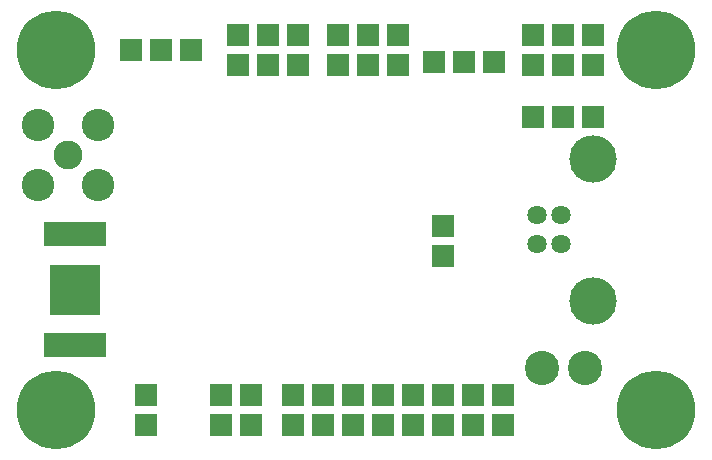
<source format=gbr>
G75*
G70*
%OFA0B0*%
%FSLAX24Y24*%
%IPPOS*%
%LPD*%
%AMOC8*
5,1,8,0,0,1.08239X$1,22.5*
%
%ADD10R,0.2088X0.0789*%
%ADD11R,0.1655X0.1655*%
%ADD12C,0.0642*%
%ADD13C,0.1580*%
%ADD14R,0.0730X0.0730*%
%ADD15C,0.1143*%
%ADD16C,0.1084*%
%ADD17C,0.0966*%
%ADD18C,0.2620*%
D10*
X011456Y004435D03*
X011456Y008135D03*
D11*
X011456Y006285D03*
D12*
X026856Y007793D03*
X027643Y007793D03*
X027643Y008777D03*
X026856Y008777D03*
D13*
X028706Y010647D03*
X028706Y005923D03*
D14*
X025706Y002785D03*
X024706Y002785D03*
X023706Y002785D03*
X022706Y002785D03*
X021706Y002785D03*
X020706Y002785D03*
X019706Y002785D03*
X018706Y002785D03*
X018706Y001785D03*
X019706Y001785D03*
X020706Y001785D03*
X021706Y001785D03*
X022706Y001785D03*
X023706Y001785D03*
X024706Y001785D03*
X025706Y001785D03*
X017331Y001785D03*
X016331Y001785D03*
X016331Y002785D03*
X017331Y002785D03*
X013831Y002785D03*
X013831Y001785D03*
X023706Y007410D03*
X023706Y008410D03*
X026706Y012035D03*
X027706Y012035D03*
X028706Y012035D03*
X028706Y013785D03*
X027706Y013785D03*
X026706Y013785D03*
X026706Y014785D03*
X027706Y014785D03*
X028706Y014785D03*
X025431Y013885D03*
X024431Y013885D03*
X023431Y013885D03*
X022231Y013785D03*
X021231Y013785D03*
X020231Y013785D03*
X020231Y014785D03*
X021231Y014785D03*
X022231Y014785D03*
X018881Y014785D03*
X017881Y014785D03*
X016881Y014785D03*
X016881Y013785D03*
X017881Y013785D03*
X018881Y013785D03*
X015331Y014285D03*
X014331Y014285D03*
X013331Y014285D03*
D15*
X027031Y003660D03*
X028456Y003660D03*
D16*
X012206Y009785D03*
X010206Y009785D03*
X010206Y011785D03*
X012206Y011785D03*
D17*
X011206Y010785D03*
D18*
X010831Y002285D03*
X010831Y014285D03*
X030831Y014285D03*
X030831Y002285D03*
M02*

</source>
